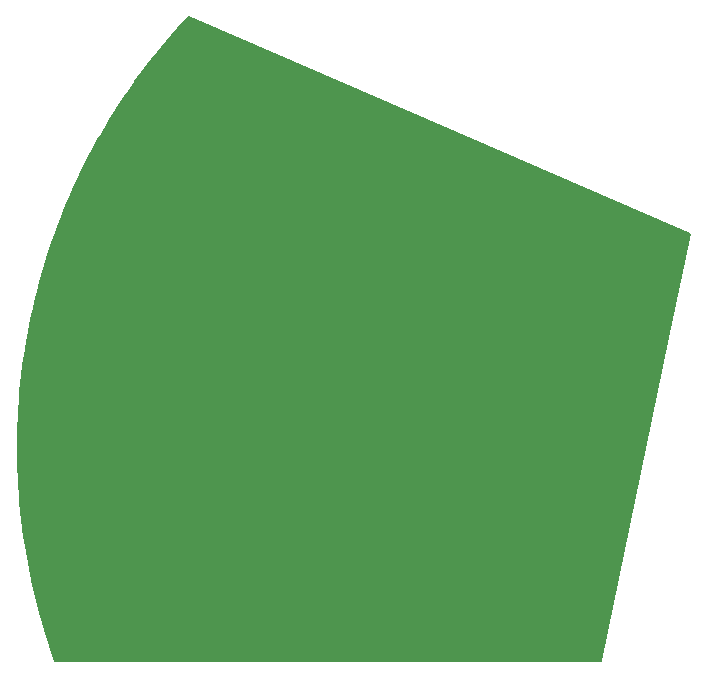
<source format=gbr>
%TF.GenerationSoftware,KiCad,Pcbnew,(6.0.6)*%
%TF.CreationDate,2022-09-18T12:13:00-04:00*%
%TF.ProjectId,tier2,74696572-322e-46b6-9963-61645f706362,rev?*%
%TF.SameCoordinates,Original*%
%TF.FileFunction,Copper,L2,Bot*%
%TF.FilePolarity,Positive*%
%FSLAX46Y46*%
G04 Gerber Fmt 4.6, Leading zero omitted, Abs format (unit mm)*
G04 Created by KiCad (PCBNEW (6.0.6)) date 2022-09-18 12:13:00*
%MOMM*%
%LPD*%
G01*
G04 APERTURE LIST*
G04 APERTURE END LIST*
%TA.AperFunction,NonConductor*%
G36*
X120106940Y-60247274D02*
G01*
X120118086Y-60251484D01*
X140279484Y-68977787D01*
X162501228Y-78595854D01*
X162555798Y-78641268D01*
X162577153Y-78708977D01*
X162574559Y-78737043D01*
X160931659Y-86668898D01*
X155359407Y-113571514D01*
X155100006Y-114823890D01*
X155066603Y-114886538D01*
X155004633Y-114921182D01*
X154976625Y-114924334D01*
X108793872Y-114924334D01*
X108725751Y-114904332D01*
X108679258Y-114850676D01*
X108674827Y-114839616D01*
X108235078Y-113571514D01*
X108234010Y-113568297D01*
X107801725Y-112204244D01*
X107800745Y-112201000D01*
X107466326Y-111038012D01*
X107466268Y-111037808D01*
X107401578Y-110811408D01*
X107400743Y-110808342D01*
X107129162Y-109758315D01*
X107129088Y-109758027D01*
X107038917Y-109405976D01*
X107038187Y-109402971D01*
X106810754Y-108414692D01*
X106810669Y-108414320D01*
X106714685Y-107991389D01*
X106714054Y-107988448D01*
X106522062Y-107037860D01*
X106429049Y-106568394D01*
X106428518Y-106565538D01*
X106267475Y-105640629D01*
X106267381Y-105640086D01*
X106182275Y-105138329D01*
X106181832Y-105135525D01*
X106048892Y-104228227D01*
X106048802Y-104227598D01*
X105974514Y-103702127D01*
X105974158Y-103699396D01*
X105867642Y-102805387D01*
X105867559Y-102804671D01*
X105805918Y-102260864D01*
X105805645Y-102258209D01*
X105724388Y-101374407D01*
X105724317Y-101373605D01*
X105676607Y-100815611D01*
X105676413Y-100813034D01*
X105619613Y-99937453D01*
X105619559Y-99936565D01*
X105586673Y-99367451D01*
X105586553Y-99364954D01*
X105553634Y-98496299D01*
X105553601Y-98495325D01*
X105536174Y-97917424D01*
X105536125Y-97915009D01*
X105526656Y-97052424D01*
X105526648Y-97051365D01*
X105525145Y-96466743D01*
X105525161Y-96464413D01*
X105538817Y-95606975D01*
X105538840Y-95605831D01*
X105553582Y-95016395D01*
X105553659Y-95014150D01*
X105590193Y-94161606D01*
X105590251Y-94160379D01*
X105621451Y-93567518D01*
X105621583Y-93565361D01*
X105680815Y-92717291D01*
X105680914Y-92715981D01*
X105728697Y-92121116D01*
X105728880Y-92119049D01*
X105810637Y-91275602D01*
X105810779Y-91274211D01*
X105875224Y-90678300D01*
X105875454Y-90676321D01*
X105979643Y-89837206D01*
X105979835Y-89835736D01*
X106060898Y-89240273D01*
X106061169Y-89238386D01*
X106094990Y-89015263D01*
X106187714Y-88403543D01*
X106187924Y-88402215D01*
X106285585Y-87807930D01*
X106285893Y-87806135D01*
X106434664Y-86976026D01*
X106434966Y-86974401D01*
X106549118Y-86382290D01*
X106549415Y-86380804D01*
X106720428Y-85555166D01*
X106720792Y-85553468D01*
X106851174Y-84964961D01*
X106851542Y-84963350D01*
X107044763Y-84142347D01*
X107045160Y-84140712D01*
X107113214Y-83869212D01*
X107191613Y-83556446D01*
X107192004Y-83554928D01*
X107407405Y-82738787D01*
X107407905Y-82736947D01*
X107570095Y-82158067D01*
X107570504Y-82156642D01*
X107808164Y-81345281D01*
X107808739Y-81343374D01*
X107986261Y-80771014D01*
X107986682Y-80769681D01*
X108246702Y-79963080D01*
X108247355Y-79961109D01*
X108439819Y-79396124D01*
X108440249Y-79394883D01*
X108722754Y-78593066D01*
X108723490Y-78591035D01*
X108930322Y-78034627D01*
X108930756Y-78033477D01*
X109235875Y-77236546D01*
X109236696Y-77234456D01*
X109457305Y-76687644D01*
X109457738Y-76686585D01*
X109785792Y-75894267D01*
X109786703Y-75892122D01*
X110020295Y-75356209D01*
X110020723Y-75355240D01*
X110372047Y-74567375D01*
X110373051Y-74565179D01*
X110618604Y-74041721D01*
X110619022Y-74040840D01*
X110994267Y-73256745D01*
X110995368Y-73254501D01*
X111251595Y-72745294D01*
X111251998Y-72744501D01*
X111651961Y-71963434D01*
X111653109Y-71961249D01*
X111792761Y-71701789D01*
X111918505Y-71468171D01*
X111918888Y-71467464D01*
X112344554Y-70688583D01*
X112345859Y-70686254D01*
X112618465Y-70211622D01*
X112618826Y-70210998D01*
X113071677Y-69432874D01*
X113073088Y-69430509D01*
X113349983Y-68977787D01*
X113350316Y-68977246D01*
X113832722Y-68197376D01*
X113834242Y-68194979D01*
X114111518Y-67768514D01*
X114111820Y-67768053D01*
X114627157Y-66982967D01*
X114628789Y-66980541D01*
X114900287Y-66587138D01*
X115454385Y-65790566D01*
X115456132Y-65788117D01*
X115711976Y-65438429D01*
X116056046Y-64971129D01*
X116313763Y-64621111D01*
X116315628Y-64618643D01*
X116537859Y-64331839D01*
X116538041Y-64331605D01*
X117204650Y-63475472D01*
X117206633Y-63472989D01*
X117355579Y-63291339D01*
X117355625Y-63291376D01*
X117355713Y-63291176D01*
X118124907Y-62356298D01*
X118127095Y-62353709D01*
X119065652Y-61273568D01*
X119067910Y-61271040D01*
X119975184Y-60281946D01*
X120035971Y-60245266D01*
X120106940Y-60247274D01*
G37*
%TD.AperFunction*%
M02*

</source>
